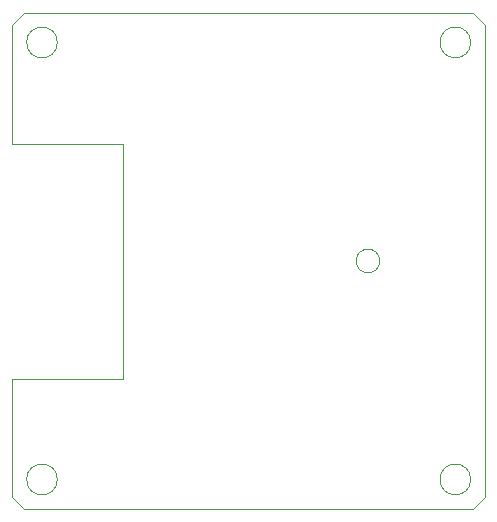
<source format=gm1>
G04 #@! TF.GenerationSoftware,KiCad,Pcbnew,7.0.7*
G04 #@! TF.CreationDate,2023-11-07T16:36:37+01:00*
G04 #@! TF.ProjectId,semkicker_intermediate_layer,73656d6b-6963-46b6-9572-5f696e746572,rev?*
G04 #@! TF.SameCoordinates,Original*
G04 #@! TF.FileFunction,Profile,NP*
%FSLAX46Y46*%
G04 Gerber Fmt 4.6, Leading zero omitted, Abs format (unit mm)*
G04 Created by KiCad (PCBNEW 7.0.7) date 2023-11-07 16:36:37*
%MOMM*%
%LPD*%
G01*
G04 APERTURE LIST*
G04 #@! TA.AperFunction,Profile*
%ADD10C,0.100000*%
G04 #@! TD*
G04 APERTURE END LIST*
D10*
X138750000Y-108250000D02*
X138750000Y-118250000D01*
X138750000Y-88350000D02*
X138750000Y-78250000D01*
X148150000Y-88350000D02*
X138750000Y-88350000D01*
X148150000Y-108250000D02*
X148150000Y-88350000D01*
X138750000Y-108250000D02*
X148150000Y-108250000D01*
X177750000Y-119250000D02*
X178750000Y-118250000D01*
X177550000Y-79750000D02*
G75*
G03*
X177550000Y-79750000I-1300000J0D01*
G01*
X169850000Y-98250000D02*
G75*
G03*
X169850000Y-98250000I-1000000J0D01*
G01*
X169850000Y-98250000D02*
G75*
G03*
X169850000Y-98250000I-1000000J0D01*
G01*
X178750000Y-118250000D02*
X178750000Y-78250000D01*
X177750000Y-77250000D02*
X139750000Y-77250000D01*
X139750000Y-77250000D02*
X138750000Y-78250000D01*
X142550000Y-116750000D02*
G75*
G03*
X142550000Y-116750000I-1300000J0D01*
G01*
X142550000Y-79750000D02*
G75*
G03*
X142550000Y-79750000I-1300000J0D01*
G01*
X139750000Y-119250000D02*
X138750000Y-118250000D01*
X178750000Y-78250000D02*
X177750000Y-77250000D01*
X177750000Y-119250000D02*
X139750000Y-119250000D01*
X177550000Y-116750000D02*
G75*
G03*
X177550000Y-116750000I-1300000J0D01*
G01*
M02*

</source>
